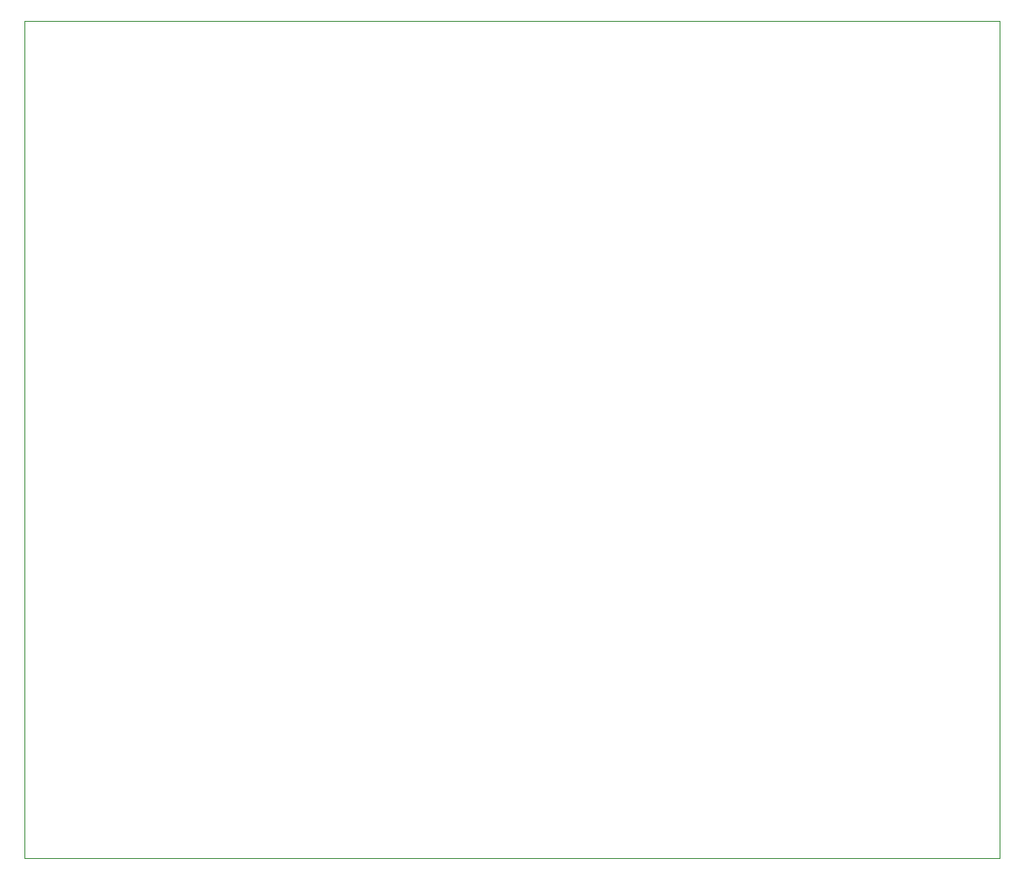
<source format=gbr>
G04 #@! TF.GenerationSoftware,KiCad,Pcbnew,(6.0.0-rc1-dev-1154-gcbd13c712)*
G04 #@! TF.CreationDate,2018-11-28T14:30:40+08:00*
G04 #@! TF.ProjectId,8330_EVA,38333330-5f45-4564-912e-6b696361645f,rev?*
G04 #@! TF.SameCoordinates,Original*
G04 #@! TF.FileFunction,Profile,NP*
%FSLAX46Y46*%
G04 Gerber Fmt 4.6, Leading zero omitted, Abs format (unit mm)*
G04 Created by KiCad (PCBNEW (6.0.0-rc1-dev-1154-gcbd13c712)) date 2018/11/28 14:30:40*
%MOMM*%
%LPD*%
G01*
G04 APERTURE LIST*
%ADD10C,0.050000*%
G04 APERTURE END LIST*
D10*
X201295000Y-48260000D02*
X106680000Y-48260000D01*
X201295000Y-129540000D02*
X201295000Y-48260000D01*
X106680000Y-129540000D02*
X201295000Y-129540000D01*
X106680000Y-48260000D02*
X106680000Y-129540000D01*
M02*

</source>
